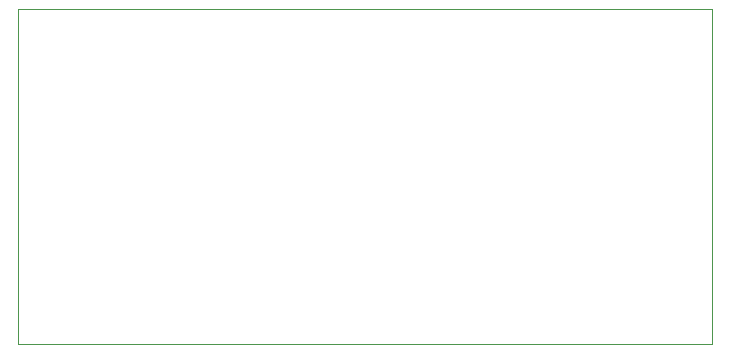
<source format=gko>
%FSLAX23Y23*%
%MOMM*%
%AMPASTRA*
21,1,$5,$6,$1+$12,$2+$13,0*
21,1,$3,$4,$1+$12,$2+$13,0*
1,1,$7,$10+$12,$11+$13*
1,1,$7,$8+$12,$11+$13*
1,1,$7,$10+$12,$9+$13*
1,1,$7,$8+$12,$9+$13*%
%ADD10C,0.3*%
%ADD11C,1*%
%ADD12C,0.2*%
%ADD13C,1.8*%
%ADD14R,1.8X1.8*%
%ADD15PASTRA,0X0X1.8X0.6X0.6X1.8X1.2X-0.3X-0.3X0.3X0.3X0X0*%
%ADD16C,0.16*%
%ADD17R,2X0.5*%
%ADD18C,2.2*%
%ADD19C,1.6*%
%ADD20C,2*%
%ADD21C,1.5*%
%ADD22C,0.8*%
%ADD23C,0.24*%
%ADD24C,1*%
%ADD25C,0.05*%
%LPD*%
G54D25*
X10240Y28240D02*
X69040Y28240D01*
G54D25*
X69040Y-00160D02*
X69040Y28240D01*
G54D25*
X10240Y-00160D02*
X69040Y-00160D01*
G54D25*
X10240Y28240D02*
X10240Y-00160D01*
M02*

</source>
